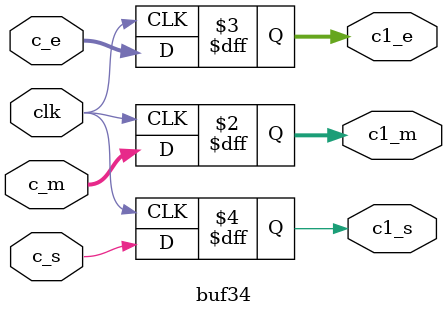
<source format=v>
`timescale 1ns / 1ps
module buf34(
    input [23:0] c_m,
    input [7:0] c_e,
    input c_s,
    input clk,
    output reg [23:0] c1_m,
    output reg [7:0] c1_e,
    output reg c1_s
    );

always @(posedge clk) begin
c1_m<=c_m;
c1_e<=c_e;
c1_s<=c_s;
end

endmodule

</source>
